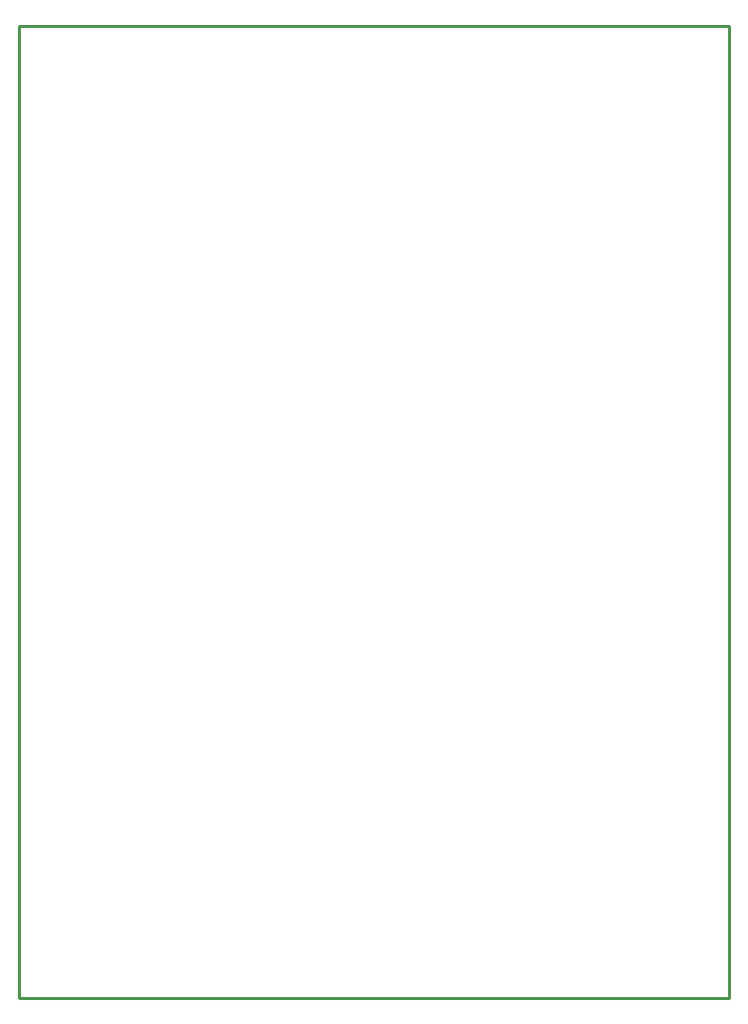
<source format=gko>
G04 Layer: BoardOutlineLayer*
G04 EasyEDA v6.5.20, 2022-10-22 14:54:30*
G04 fe600fdf0afc4bf6b2dbe2f9dcf79710,95753c6d73fd445989ad8f01ddeeb764,10*
G04 Gerber Generator version 0.2*
G04 Scale: 100 percent, Rotated: No, Reflected: No *
G04 Dimensions in millimeters *
G04 leading zeros omitted , absolute positions ,4 integer and 5 decimal *
%FSLAX45Y45*%
%MOMM*%

%ADD10C,0.2540*%
D10*
X766061Y10326626D02*
G01*
X766061Y17551400D01*
X766063Y17551400D02*
G01*
X766063Y18237200D01*
X6781800Y18237200D01*
X6781800Y9994900D01*
X766063Y9994900D01*
X766063Y10326624D01*

%LPD*%
M02*

</source>
